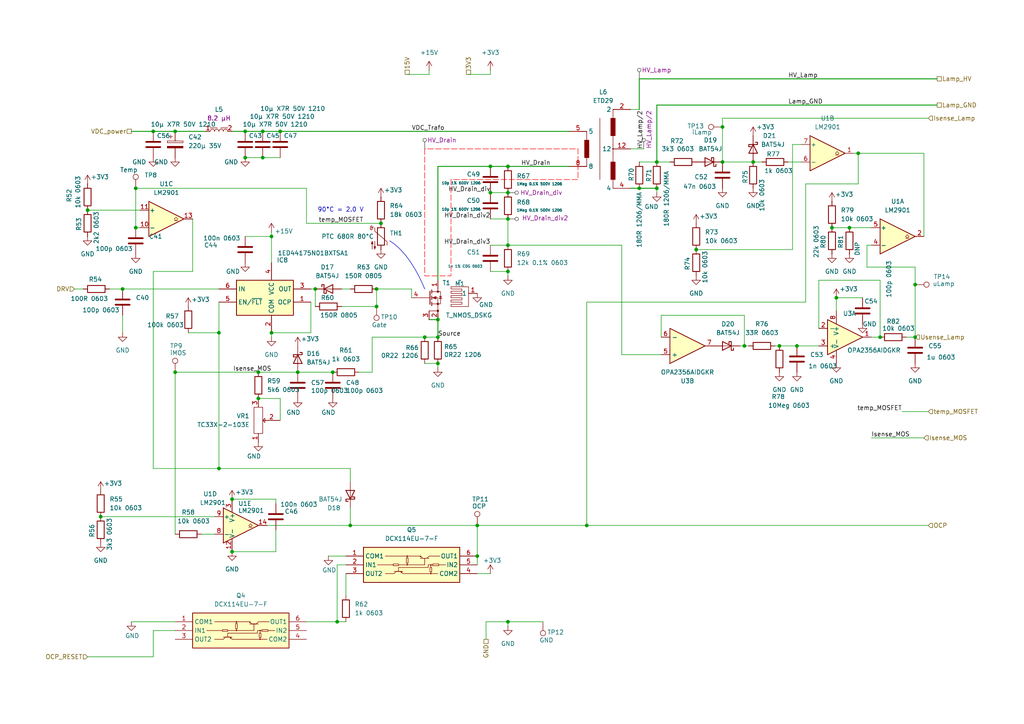
<source format=kicad_sch>
(kicad_sch (version 20250114) (generator "eeschema") (generator_version "9.0")
  (paper "A4")
  (bezier (pts (xy 113.03 69.85) (xy 119.38 73.66) (xy 123.19 83.82) (xy 123.19 83.82)))
  (text "90°C = 2.0 V" (at 98.806 60.96 0) (effects (font (size 1.27 1.27))))
  (junction (at 74.93 115.57))
  (junction (at 265.43 82.55))
  (junction (at 147.32 78.74))
  (junction (at 241.3 66.04))
  (junction (at 29.21 149.86))
  (junction (at 50.8 107.95))
  (junction (at 78.74 96.52))
  (junction (at 170.18 152.4))
  (junction (at 215.9 100.33))
  (junction (at 218.44 46.99))
  (junction (at 138.43 161.29))
  (junction (at 67.31 144.78))
  (junction (at 255.27 97.79))
  (junction (at 39.37 66.04))
  (junction (at 74.93 107.95))
  (junction (at 201.93 72.39))
  (junction (at 265.43 97.79))
  (junction (at 71.12 45.72))
  (junction (at 147.32 48.26))
  (junction (at 101.6 152.4))
  (junction (at 127 105.41))
  (junction (at 142.24 48.26))
  (junction (at 91.44 83.82))
  (junction (at 76.2 38.1))
  (junction (at 109.22 88.9))
  (junction (at 76.2 45.72))
  (junction (at 67.31 160.02))
  (junction (at 25.4 60.96))
  (junction (at 127 97.79))
  (junction (at 71.12 38.1))
  (junction (at 209.55 36.83))
  (junction (at 86.36 107.95))
  (junction (at 209.55 46.99))
  (junction (at 138.43 152.4))
  (junction (at 147.32 55.88))
  (junction (at 109.22 83.82))
  (junction (at 190.5 46.99))
  (junction (at 97.79 180.34))
  (junction (at 96.52 107.95))
  (junction (at 63.5 135.89))
  (junction (at 39.37 54.61))
  (junction (at 147.32 63.5))
  (junction (at 147.32 180.34))
  (junction (at 127 92.71))
  (junction (at 242.57 86.36))
  (junction (at 81.28 38.1))
  (junction (at 231.14 100.33))
  (junction (at 50.8 38.1))
  (junction (at 63.5 96.52))
  (junction (at 248.92 44.45))
  (junction (at 142.24 55.88))
  (junction (at 185.42 54.61))
  (junction (at 123.19 97.79))
  (junction (at 110.49 64.77))
  (junction (at 246.38 66.04))
  (junction (at 35.56 83.82))
  (junction (at 78.74 68.58))
  (junction (at 190.5 54.61))
  (junction (at 226.06 100.33))
  (junction (at 147.32 71.12))
  (junction (at 44.45 38.1))
  (wire (pts (xy 74.93 107.95) (xy 86.36 107.95)))
  (wire (pts (xy 215.9 100.33) (xy 217.17 100.33)))
  (wire (pts (xy 182.88 31.75) (xy 185.42 31.75)))
  (wire (pts (xy 81.28 115.57) (xy 81.28 121.92)))
  (wire (pts (xy 88.9 54.61) (xy 39.37 54.61)))
  (wire (pts (xy 142.24 48.26) (xy 147.32 48.26)) (stroke (width 0.254)))
  (wire (pts (xy 209.55 46.99) (xy 218.44 46.99)))
  (wire (pts (xy 97.79 163.83) (xy 97.79 180.34)))
  (wire (pts (xy 142.24 20.32) (xy 142.24 21.59)))
  (wire (pts (xy 140.97 180.34) (xy 147.32 180.34)))
  (wire (pts (xy 58.42 154.94) (xy 62.23 154.94)))
  (wire (pts (xy 44.45 135.89) (xy 63.5 135.89)))
  (wire (pts (xy 127 48.26) (xy 142.24 48.26)) (stroke (width 0.254)))
  (wire (pts (xy 50.8 107.95) (xy 50.8 154.94)))
  (wire (pts (xy 267.97 44.45) (xy 267.97 68.58)))
  (wire (pts (xy 123.19 97.79) (xy 127 97.79)))
  (wire (pts (xy 44.45 135.89) (xy 44.45 78.74)))
  (wire (pts (xy 50.8 182.88) (xy 44.45 182.88)))
  (wire (pts (xy 237.49 95.25) (xy 237.49 81.28)))
  (wire (pts (xy 252.73 127) (xy 267.97 127)))
  (wire (pts (xy 99.06 88.9) (xy 109.22 88.9)))
  (wire (pts (xy 229.87 41.91) (xy 232.41 41.91)))
  (wire (pts (xy 265.43 97.79) (xy 262.89 97.79)))
  (wire (pts (xy 229.87 72.39) (xy 229.87 41.91)))
  (wire (pts (xy 100.33 163.83) (xy 97.79 163.83)))
  (wire (pts (xy 190.5 30.48) (xy 271.78 30.48)) (stroke (width 0.254)))
  (wire (pts (xy 147.32 78.74) (xy 147.32 80.01)))
  (wire (pts (xy 50.8 38.1) (xy 59.69 38.1)) (stroke (width 0.254)))
  (wire (pts (xy 107.95 97.79) (xy 123.19 97.79)))
  (wire (pts (xy 44.45 78.74) (xy 55.88 78.74)))
  (wire (pts (xy 88.9 180.34) (xy 97.79 180.34)))
  (wire (pts (xy 118.11 21.59) (xy 124.46 21.59)))
  (wire (pts (xy 35.56 83.82) (xy 63.5 83.82)))
  (wire (pts (xy 233.68 87.63) (xy 233.68 53.34)))
  (wire (pts (xy 44.45 38.1) (xy 50.8 38.1)) (stroke (width 0.254)))
  (wire (pts (xy 101.6 139.7) (xy 101.6 135.89)))
  (wire (pts (xy 21.59 83.82) (xy 24.13 83.82)))
  (wire (pts (xy 138.43 166.37) (xy 142.24 166.37)))
  (wire (pts (xy 127 48.26) (xy 127 81.28)) (stroke (width 0.254)))
  (wire (pts (xy 140.97 185.42) (xy 140.97 180.34)))
  (wire (pts (xy 109.22 83.82) (xy 109.22 88.9)))
  (wire (pts (xy 147.32 63.5) (xy 147.32 71.12)))
  (wire (pts (xy 269.24 34.29) (xy 209.55 34.29)))
  (wire (pts (xy 194.31 46.99) (xy 190.5 46.99)))
  (wire (pts (xy 170.18 87.63) (xy 170.18 152.4)))
  (wire (pts (xy 39.37 54.61) (xy 39.37 66.04)))
  (wire (pts (xy 138.43 161.29) (xy 138.43 163.83)))
  (wire (pts (xy 201.93 72.39) (xy 229.87 72.39)))
  (wire (pts (xy 95.25 161.29) (xy 100.33 161.29)))
  (wire (pts (xy 86.36 107.95) (xy 96.52 107.95)))
  (wire (pts (xy 138.43 152.4) (xy 170.18 152.4)))
  (wire (pts (xy 124.46 20.32) (xy 124.46 21.59)))
  (wire (pts (xy 209.55 36.83) (xy 209.55 46.99)))
  (wire (pts (xy 39.37 66.04) (xy 40.64 66.04)))
  (wire (pts (xy 228.6 46.99) (xy 232.41 46.99)))
  (wire (pts (xy 251.46 77.47) (xy 265.43 77.47)))
  (wire (pts (xy 74.93 115.57) (xy 81.28 115.57)))
  (wire (pts (xy 100.33 166.37) (xy 100.33 172.72)))
  (wire (pts (xy 25.4 60.96) (xy 40.64 60.96)))
  (wire (pts (xy 97.79 180.34) (xy 100.33 180.34)))
  (wire (pts (xy 71.12 68.58) (xy 78.74 68.58)))
  (wire (pts (xy 63.5 87.63) (xy 63.5 96.52)))
  (wire (pts (xy 71.12 45.72) (xy 76.2 45.72)))
  (wire (pts (xy 90.17 83.82) (xy 91.44 83.82)))
  (wire (pts (xy 255.27 81.28) (xy 237.49 81.28)))
  (wire (pts (xy 77.47 152.4) (xy 101.6 152.4)))
  (wire (pts (xy 38.1 180.34) (xy 50.8 180.34)))
  (wire (pts (xy 142.24 71.12) (xy 147.32 71.12)))
  (wire (pts (xy 182.88 54.61) (xy 185.42 54.61)) (stroke (width 0.254)))
  (wire (pts (xy 63.5 96.52) (xy 63.5 135.89)))
  (wire (pts (xy 71.12 38.1) (xy 76.2 38.1)) (stroke (width 0.254)))
  (wire (pts (xy 127 91.44) (xy 127 92.71)) (stroke (width 0.254)))
  (wire (pts (xy 215.9 100.33) (xy 215.9 91.44)))
  (wire (pts (xy 29.21 149.86) (xy 62.23 149.86)))
  (wire (pts (xy 218.44 46.99) (xy 220.98 46.99)))
  (wire (pts (xy 81.28 38.1) (xy 82.55 38.1)))
  (wire (pts (xy 78.74 96.52) (xy 78.74 97.79)))
  (wire (pts (xy 127 105.41) (xy 127 106.68)))
  (wire (pts (xy 226.06 100.33) (xy 224.79 100.33)))
  (wire (pts (xy 107.95 97.79) (xy 107.95 107.95)))
  (wire (pts (xy 190.5 46.99) (xy 190.5 30.48)) (stroke (width 0.254)))
  (wire (pts (xy 76.2 45.72) (xy 81.28 45.72)))
  (wire (pts (xy 67.31 144.78) (xy 80.01 144.78)))
  (wire (pts (xy 248.92 44.45) (xy 247.65 44.45)))
  (wire (pts (xy 147.32 180.34) (xy 157.48 180.34)))
  (wire (pts (xy 119.38 83.82) (xy 119.38 86.36)))
  (wire (pts (xy 55.88 78.74) (xy 55.88 63.5)))
  (wire (pts (xy 90.17 87.63) (xy 90.17 96.52)))
  (wire (pts (xy 147.32 48.26) (xy 165.1 48.26)) (stroke (width 0.254)))
  (wire (pts (xy 135.89 21.59) (xy 142.24 21.59)))
  (wire (pts (xy 54.61 96.52) (xy 63.5 96.52)))
  (wire (pts (xy 255.27 97.79) (xy 252.73 97.79)))
  (wire (pts (xy 67.31 160.02) (xy 80.01 160.02)))
  (wire (pts (xy 25.4 190.5) (xy 44.45 190.5)))
  (wire (pts (xy 78.74 68.58) (xy 78.74 76.2)))
  (wire (pts (xy 142.24 63.5) (xy 147.32 63.5)))
  (wire (pts (xy 255.27 97.79) (xy 255.27 81.28)))
  (wire (pts (xy 215.9 91.44) (xy 191.77 91.44)))
  (wire (pts (xy 180.34 71.12) (xy 180.34 102.87)))
  (wire (pts (xy 63.5 135.89) (xy 101.6 135.89)))
  (wire (pts (xy 138.43 152.4) (xy 138.43 161.29)))
  (wire (pts (xy 191.77 91.44) (xy 191.77 97.79)))
  (wire (pts (xy 233.68 53.34) (xy 248.92 53.34)))
  (wire (pts (xy 185.42 46.99) (xy 190.5 46.99)))
  (wire (pts (xy 99.06 83.82) (xy 101.6 83.82)))
  (wire (pts (xy 242.57 86.36) (xy 250.19 86.36)))
  (wire (pts (xy 80.01 160.02) (xy 80.01 153.67)))
  (wire (pts (xy 209.55 34.29) (xy 209.55 36.83)))
  (wire (pts (xy 127 92.71) (xy 127 97.79)) (stroke (width 0.254)))
  (wire (pts (xy 246.38 66.04) (xy 252.73 66.04)))
  (wire (pts (xy 104.14 107.95) (xy 107.95 107.95)))
  (wire (pts (xy 231.14 100.33) (xy 237.49 100.33)))
  (wire (pts (xy 88.9 64.77) (xy 88.9 54.61)))
  (wire (pts (xy 241.3 66.04) (xy 246.38 66.04)))
  (wire (pts (xy 185.42 22.86) (xy 271.78 22.86)) (stroke (width 0.254)))
  (wire (pts (xy 91.44 83.82) (xy 91.44 88.9)))
  (wire (pts (xy 50.8 107.95) (xy 74.93 107.95)))
  (wire (pts (xy 180.34 102.87) (xy 191.77 102.87)))
  (wire (pts (xy 78.74 67.31) (xy 78.74 68.58)))
  (wire (pts (xy 88.9 64.77) (xy 110.49 64.77)))
  (wire (pts (xy 81.28 38.1) (xy 165.1 38.1)) (stroke (width 0.254)))
  (wire (pts (xy 170.18 87.63) (xy 233.68 87.63)))
  (wire (pts (xy 142.24 78.74) (xy 147.32 78.74)))
  (wire (pts (xy 261.62 119.38) (xy 269.24 119.38)))
  (wire (pts (xy 182.88 43.18) (xy 186.69 43.18)))
  (wire (pts (xy 265.43 77.47) (xy 265.43 82.55)))
  (wire (pts (xy 251.46 71.12) (xy 251.46 77.47)))
  (wire (pts (xy 242.57 86.36) (xy 242.57 90.17)))
  (wire (pts (xy 31.75 83.82) (xy 35.56 83.82)))
  (wire (pts (xy 265.43 82.55) (xy 265.43 97.79)))
  (wire (pts (xy 226.06 100.33) (xy 231.14 100.33)))
  (wire (pts (xy 38.1 38.1) (xy 44.45 38.1)) (stroke (width 0.254)))
  (wire (pts (xy 185.42 54.61) (xy 190.5 54.61)) (stroke (width 0.254)))
  (wire (pts (xy 35.56 96.52) (xy 35.56 91.44)))
  (wire (pts (xy 248.92 53.34) (xy 248.92 44.45)))
  (wire (pts (xy 185.42 22.86) (xy 185.42 31.75)) (stroke (width 0.254)))
  (wire (pts (xy 190.5 54.61) (xy 190.5 55.88)))
  (wire (pts (xy 142.24 55.88) (xy 147.32 55.88)))
  (wire (pts (xy 147.32 71.12) (xy 180.34 71.12)))
  (wire (pts (xy 101.6 147.32) (xy 101.6 152.4)))
  (wire (pts (xy 109.22 83.82) (xy 119.38 83.82)))
  (wire (pts (xy 248.92 44.45) (xy 267.97 44.45)))
  (wire (pts (xy 44.45 182.88) (xy 44.45 190.5)))
  (wire (pts (xy 124.46 92.71) (xy 127 92.71)) (stroke (width 0.254)))
  (wire (pts (xy 147.32 180.34) (xy 147.32 181.61)))
  (wire (pts (xy 123.19 105.41) (xy 127 105.41)))
  (wire (pts (xy 80.01 144.78) (xy 80.01 146.05)))
  (wire (pts (xy 76.2 38.1) (xy 81.28 38.1)) (stroke (width 0.254)))
  (wire (pts (xy 78.74 96.52) (xy 90.17 96.52)))
  (wire (pts (xy 67.31 38.1) (xy 71.12 38.1)) (stroke (width 0.254)))
  (wire (pts (xy 101.6 152.4) (xy 138.43 152.4)))
  (wire (pts (xy 214.63 100.33) (xy 215.9 100.33)))
  (wire (pts (xy 170.18 152.4) (xy 269.24 152.4)))
  (wire (pts (xy 252.73 71.12) (xy 251.46 71.12)))
  (label "HV_Lamp{slash}2" (at 186.69 43.18 90))
  (label "HV_Drain_div3" (at 142.24 71.12 180))
  (label "HV_Drain_div" (at 142.24 55.88 180))
  (label "temp_MOSFET" (at 105.41 64.77 180))
  (label "Lamp_GND" (at 228.6 30.48 0))
  (label "HV_Drain_div2" (at 142.24 63.5 180))
  (label "temp_MOSFET" (at 261.62 119.38 180))
  (label "HV_Drain" (at 151.13 48.26 0))
  (label "Source" (at 127 97.79 0))
  (label "HV_Lamp" (at 228.6 22.86 0))
  (label "VDC_Trafo" (at 119.38 38.1 0))
  (label "Isense_MOS" (at 252.73 127 0))
  (label "Isense_MOS" (at 78.74 107.95 180))
  (hierarchical_label "temp_MOSFET" (shape input) (at 269.24 119.38 0))
  (hierarchical_label "Isense_Lamp" (shape input) (at 269.24 34.29 0))
  (hierarchical_label "DRV" (shape input) (at 21.59 83.82 180))
  (hierarchical_label "Isense_MOS" (shape input) (at 267.97 127 0))
  (hierarchical_label "VDC_power" (shape passive) (at 38.1 38.1 180))
  (hierarchical_label "OCP_RESET" (shape input) (at 25.4 190.5 180))
  (hierarchical_label "Lamp_GND" (shape passive) (at 271.78 30.48 0))
  (hierarchical_label "15V" (shape passive) (at 118.11 21.59 90))
  (hierarchical_label "OCP" (shape input) (at 269.24 152.4 0))
  (hierarchical_label "3V3" (shape passive) (at 135.89 21.59 90))
  (hierarchical_label "GND" (shape passive) (at 140.97 185.42 270))
  (hierarchical_label "Usense_Lamp" (shape input) (at 265.43 97.79 0))
  (hierarchical_label "Lamp_HV" (shape passive) (at 271.78 22.86 0))
  (rule_area (polyline (pts (xy 123.19 43.18) (xy 123.19 80.01) (xy 130.81 80.01) (xy 130.81 52.07) (xy 167.64 52.07) (xy 167.64 43.18)) (stroke (width 0) (type dash))))
  (netclass_flag "" (length 2.54) (shape round) (at 147.32 63.5 270) (property "Netclass" "HV_Drain_div2" (at 151.384 63.246 0) (effects (justify left))))
  (netclass_flag "" (length 2.54) (shape round) (at 147.32 55.88 270) (property "Netclass" "HV_Drain_div" (at 150.876 55.88 0) (effects (justify left))))
  (netclass_flag "" (length 2.54) (shape round) (at 186.69 43.18 0) (property "Netclass" "HV_Lamp/2" (at 188.214 32.004 90) (effects (justify right))))
  (netclass_flag "" (length 2.54) (shape round) (at 123.19 43.18 0) (property "Netclass" "HV_Drain" (at 123.8885 40.64 0) (effects (justify left))))
  (netclass_flag "" (length 2.54) (shape round) (at 185.42 22.86 0) (property "Netclass" "HV_Lamp" (at 186.1185 20.32 0) (effects (justify left))))
  (symbol (lib_id "Connector:TestPoint") (at 109.22 88.9 180) (unit 1)
    (property "Reference" "TP10" (at 115.316 91.948 0) (effects (justify left)))
    (property "Value" "Gate" (at 112.268 94.234 0) (effects (justify left)))
    (property "Footprint" "TestPoint:TestPoint_Pad_D1.0mm" (effects (hide yes)))
    (property "Description" "test point" (effects (hide yes)))
  )
  (symbol (lib_id "power:GND") (at 241.3 73.66 0) (unit 1)
    (property "Reference" "#PWR087" (effects (hide yes)))
    (property "Value" "GND" (at 241.3 78.74 0))
    (property "Description" "Power symbol creates a global label with name \"GND\" , ground" (effects (hide yes)))
  )
  (symbol (lib_id "Device:R") (at 123.19 101.6 180) (unit 1)
    (property "Reference" "R65" (at 128.778 100.584 0) (effects (justify right)))
    (property "Value" "0R22 1206" (at 110.49 103.124 0) (effects (justify right)))
    (property "Footprint" "Resistor_SMD:R_1206_3216Metric" (effects (hide yes)))
    (property "Description" "Resistor" (effects (hide yes)))
  )
  (symbol (lib_id "Device:C") (at 71.12 41.91 0) (unit 1)
    (property "Reference" "C43" (at 72.136 39.37 0) (effects (justify left)))
    (property "Value" "10µ X7R 50V 1210" (at 70.358 36.068 0) (effects (justify left)))
    (property "Footprint" "Capacitor_SMD:C_1210_3225Metric" (effects (hide yes)))
    (property "Description" "Unpolarized capacitor" (effects (hide yes)))
  )
  (symbol (lib_id "Device:C") (at 35.56 87.63 0) (unit 1)
    (property "Reference" "C40" (at 39.37 86.3599 0) (effects (justify left)))
    (property "Value" "100p 0603" (at 23.876 89.916 0) (effects (justify left)))
    (property "Footprint" "Capacitor_SMD:C_0603_1608Metric" (effects (hide yes)))
    (property "Description" "Unpolarized capacitor" (effects (hide yes)))
  )
  (symbol (lib_id "Device:Opamp_Dual") (at 245.11 97.79 0) (mirror x) (unit 1)
    (property "Reference" "U3" (at 246.38 90.932 0))
    (property "Value" "OPA2356AIDGKR" (at 253.492 101.6 0))
    (property "Footprint" "Package_SO:VSSOP-8_3.0x3.0mm_P0.65mm" (effects (hide yes)))
    (property "Description" "Dual operational amplifier" (effects (hide yes)))
    (property "Sim.Library" "${KICAD9_SYMBOL_DIR}/Simulation_SPICE.sp" (effects (hide yes)))
    (property "Sim.Name" "kicad_builtin_opamp_dual" (effects (hide yes)))
    (property "Sim.Device" "SUBCKT" (effects (hide yes)))
    (property "Sim.Pins" "1=out1 2=in1- 3=in1+ 4=vee 5=in2+ 6=in2- 7=out2 8=vcc" (effects (hide yes)))
  )
  (symbol (lib_id "power:+3V3") (at 201.93 64.77 0) (unit 1)
    (property "Reference" "#PWR092" (effects (hide yes)))
    (property "Value" "+3V3" (at 205.486 62.738 0))
    (property "Description" "Power symbol creates a global label with name \"+3V3\"" (effects (hide yes)))
  )
  (symbol (lib_id "power:GND") (at 38.1 180.34 0) (unit 1)
    (property "Reference" "#PWR088" (effects (hide yes)))
    (property "Value" "GND" (at 38.354 184.404 0))
    (property "Description" "Power symbol creates a global label with name \"GND\" , ground" (effects (hide yes)))
  )
  (symbol (lib_id "Device:R") (at 147.32 74.93 0) (unit 1)
    (property "Reference" "R69" (at 149.86 73.6599 0) (effects (justify left)))
    (property "Value" "12k 0.1% 0603" (at 149.86 76.1999 0) (effects (justify left)))
    (property "Footprint" "Resistor_SMD:R_0603_1608Metric" (effects (hide yes)))
    (property "Description" "Resistor" (effects (hide yes)))
  )
  (symbol (lib_id "Device:C") (at 142.24 52.07 0) (unit 1)
    (property "Reference" "C49" (at 135.382 50.546 0) (effects (justify left)))
    (property "Value" "10p 1% 600V 1206" (at 139.446 53.086 0) (effects (font (size 0.762 0.762)) (justify right)))
    (property "Footprint" "Capacitor_SMD:C_1206_3216Metric" (effects (hide yes)))
    (property "Description" "Unpolarized capacitor" (effects (hide yes)))
  )
  (symbol (lib_id "Device:R") (at 185.42 50.8 180) (unit 1)
    (property "Reference" "R70" (at 183.134 52.578 90) (effects (justify right)))
    (property "Value" "180R 1206/MMA" (at 185.42 71.882 90) (effects (justify right)))
    (property "Footprint" "Resistor_SMD:R_1206_3216Metric" (effects (hide yes)))
    (property "Description" "Resistor" (effects (hide yes)))
  )
  (symbol (lib_id "Device:C") (at 209.55 50.8 0) (unit 1)
    (property "Reference" "C52" (at 201.422 51.308 0) (effects (justify left)))
    (property "Value" "47n 0603" (at 198.12 54.102 0) (effects (justify left)))
    (property "Footprint" "Capacitor_SMD:C_0603_1608Metric" (effects (hide yes)))
    (property "Description" "Unpolarized capacitor" (effects (hide yes)))
  )
  (symbol (lib_id "Connector:TestPoint") (at 138.43 152.4 0) (unit 1)
    (property "Reference" "TP11" (at 136.906 144.78 0) (effects (justify left)))
    (property "Value" "OCP" (at 136.906 146.812 0) (effects (justify left)))
    (property "Footprint" "TestPoint:TestPoint_Pad_D1.0mm" (effects (hide yes)))
    (property "Description" "test point" (effects (hide yes)))
  )
  (symbol (lib_id "power:GND") (at 25.4 68.58 0) (unit 1)
    (property "Reference" "#PWR098" (effects (hide yes)))
    (property "Value" "GND" (at 25.4 73.66 0))
    (property "Description" "Power symbol creates a global label with name \"GND\" , ground" (effects (hide yes)))
  )
  (symbol (lib_id "Device:R") (at 259.08 97.79 270) (unit 1)
    (property "Reference" "R82" (at 259.08 93.218 90))
    (property "Value" "10k 0603" (at 260.604 95.25 90))
    (property "Footprint" "Resistor_SMD:R_0603_1608Metric" (effects (hide yes)))
    (property "Description" "Resistor" (effects (hide yes)))
  )
  (symbol (lib_id "Hansmann_Transistoren:DCX114EU-7-F") (at 50.8 180.34 0) (unit 1)
    (property "Reference" "Q4" (at 69.85 172.72 0))
    (property "Value" "DCX114EU-7-F" (at 69.85 175.26 0))
    (property "Footprint" "SOT65P210X110-6N" (effects (hide yes)))
    (property "Datasheet" "https://www.diodes.com//assets/Datasheets/DCX_XXXX_U.pdf" (effects (hide yes)))
    (property "Description" "Diodes Inc, DCX114EU-7-F, Dual NPN+PNP Digital Transistor, 100mA 50V Ratio Of 10 k, 6-Pin SOT-363" (effects (hide yes)))
    (property "Height" "1.1" (effects (hide yes)))
    (property "Mouser Part Number" "621-DCX114EU-F" (effects (hide yes)))
    (property "Mouser Price/Stock" "https://www.mouser.co.uk/ProductDetail/Diodes-Incorporated/DCX114EU-7-F?qs=FWY5TENB76K1Fe%2F9QqOVGw%3D%3D" (effects (hide yes)))
    (property "Manufacturer_Name" "Diodes Incorporated" (effects (hide yes)))
    (property "Manufacturer_Part_Number" "DCX114EU-7-F" (effects (hide yes)))
  )
  (symbol (lib_id "Diode:BAT54J") (at 86.36 104.14 270) (unit 1)
    (property "Reference" "D16" (at 88.9 102.5524 90) (effects (justify left)))
    (property "Value" "BAT54J" (at 88.9 105.0924 90) (effects (justify left)))
    (property "Footprint" "Diode_SMD:D_SOD-323F" (effects (hide yes)))
    (property "Datasheet" "https://assets.nexperia.com/documents/data-sheet/BAT54J.pdf" (effects (hide yes)))
    (property "Description" "30V 200mA Schottky diode, SOD-323F" (effects (hide yes)))
  )
  (symbol (lib_id "Device:R") (at 220.98 100.33 90) (unit 1)
    (property "Reference" "R76" (at 220.98 93.98 90))
    (property "Value" "33R 0603" (at 220.98 96.52 90))
    (property "Footprint" "Resistor_SMD:R_0603_1608Metric" (effects (hide yes)))
    (property "Description" "Resistor" (effects (hide yes)))
  )
  (symbol (lib_id "power:+3V3") (at 67.31 144.78 0) (unit 1)
    (property "Reference" "#PWR085" (effects (hide yes)))
    (property "Value" "+3V3" (at 70.866 142.748 0))
    (property "Description" "Power symbol creates a global label with name \"+3V3\"" (effects (hide yes)))
  )
  (symbol (lib_id "Comparator:LM2901") (at 69.85 152.4 0) (unit 5)
    (property "Reference" "U1" (at 69.088 146.05 0) (effects (justify left)))
    (property "Value" "LM2901" (at 69.088 148.082 0) (effects (justify left)))
    (property "Footprint" "Package_SO:TSSOP-14_4.4x5mm_P0.65mm" (effects (hide yes)))
    (property "Datasheet" "https://www.st.com/resource/en/datasheet/lm2901.pdf" (effects (hide yes)))
    (property "Description" "Quad Differential Comparators, DIP-14/SOIC-14/TSSOP-14" (effects (hide yes)))
  )
  (symbol (lib_id "power:GND") (at 231.14 107.95 0) (unit 1)
    (property "Reference" "#PWR081" (effects (hide yes)))
    (property "Value" "GND" (at 231.14 113.03 0))
    (property "Description" "Power symbol creates a global label with name \"GND\" , ground" (effects (hide yes)))
  )
  (symbol (lib_id "power:GND") (at 147.32 181.61 0) (unit 1)
    (property "Reference" "#PWR056" (effects (hide yes)))
    (property "Value" "GND" (at 147.32 186.69 0))
    (property "Description" "Power symbol creates a global label with name \"GND\" , ground" (effects (hide yes)))
  )
  (symbol (lib_id "Device:Opamp_Dual") (at 245.11 97.79 0) (unit 3)
    (property "Reference" "U3" (effects (hide yes)))
    (property "Value" "OPA2356AIDGKR" (effects (hide yes)))
    (property "Footprint" "Package_SO:VSSOP-8_3.0x3.0mm_P0.65mm" (effects (hide yes)))
    (property "Description" "Dual operational amplifier" (effects (hide yes)))
    (property "Sim.Library" "${KICAD9_SYMBOL_DIR}/Simulation_SPICE.sp" (effects (hide yes)))
    (property "Sim.Name" "kicad_builtin_opamp_dual" (effects (hide yes)))
    (property "Sim.Device" "SUBCKT" (effects (hide yes)))
    (property "Sim.Pins" "1=out1 2=in1- 3=in1+ 4=vee 5=in2+ 6=in2- 7=out2 8=vcc" (effects (hide yes)))
  )
  (symbol (lib_id "Hansmann_Transistoren:DCX114EU-7-F") (at 100.33 161.29 0) (unit 1)
    (property "Reference" "Q5" (at 119.38 153.67 0))
    (property "Value" "DCX114EU-7-F" (at 119.38 156.21 0))
    (property "Footprint" "SOT65P210X110-6N" (effects (hide yes)))
    (property "Datasheet" "https://www.diodes.com//assets/Datasheets/DCX_XXXX_U.pdf" (effects (hide yes)))
    (property "Description" "Diodes Inc, DCX114EU-7-F, Dual NPN+PNP Digital Transistor, 100mA 50V Ratio Of 10 k, 6-Pin SOT-363" (effects (hide yes)))
    (property "Height" "1.1" (effects (hide yes)))
    (property "Mouser Part Number" "621-DCX114EU-F" (effects (hide yes)))
    (property "Mouser Price/Stock" "https://www.mouser.co.uk/ProductDetail/Diodes-Incorporated/DCX114EU-7-F?qs=FWY5TENB76K1Fe%2F9QqOVGw%3D%3D" (effects (hide yes)))
    (property "Manufacturer_Name" "Diodes Incorporated" (effects (hide yes)))
    (property "Manufacturer_Part_Number" "DCX114EU-7-F" (effects (hide yes)))
  )
  (symbol (lib_id "Device:C") (at 44.45 41.91 0) (unit 1)
    (property "Reference" "C56" (at 45.466 39.37 0) (effects (justify left)))
    (property "Value" "10µ X7R 50V 1210" (at 43.688 36.068 0) (effects (justify left)))
    (property "Footprint" "Capacitor_SMD:C_1210_3225Metric" (effects (hide yes)))
    (property "Description" "Unpolarized capacitor" (effects (hide yes)))
  )
  (symbol (lib_id "power:+3V3") (at 242.57 86.36 0) (unit 1)
    (property "Reference" "#PWR076" (effects (hide yes)))
    (property "Value" "+3V3" (at 246.126 83.82 0))
    (property "Description" "Power symbol creates a global label with name \"+3V3\"" (effects (hide yes)))
  )
  (symbol (lib_id "Comparator:LM2901") (at 240.03 44.45 0) (unit 2)
    (property "Reference" "U1" (at 240.03 34.29 0))
    (property "Value" "LM2901" (at 240.03 36.83 0))
    (property "Footprint" "Package_SO:TSSOP-14_4.4x5mm_P0.65mm" (effects (hide yes)))
    (property "Datasheet" "https://www.st.com/resource/en/datasheet/lm2901.pdf" (effects (hide yes)))
    (property "Description" "Quad Differential Comparators, DIP-14/SOIC-14/TSSOP-14" (effects (hide yes)))
  )
  (symbol (lib_id "Device:R") (at 74.93 111.76 0) (unit 1)
    (property "Reference" "R59" (at 77.47 110.4899 0) (effects (justify left)))
    (property "Value" "5k6 0603" (at 77.47 113.0299 0) (effects (justify left)))
    (property "Footprint" "Resistor_SMD:R_0603_1608Metric" (effects (hide yes)))
    (property "Description" "Resistor" (effects (hide yes)))
  )
  (symbol (lib_id "Inductor_Wurth_WE-LQ:1812_744045008") (at 63.5 38.1 0) (unit 1)
    (property "Reference" "L5" (at 63.5 31.75 0))
    (property "Value" "1812_744045008" (effects (hide yes)))
    (property "Footprint" "Inductor_SMD_Wurth:L_Wurth_WE-LQ-1812" (effects (hide yes)))
    (property "Datasheet" "https://www.we-online.com/catalog/datasheet/744045008.pdf?ki" (effects (hide yes)))
    (property "Description" "Unshielded Power Inductor" (effects (hide yes)))
    (property "Manufacturer" "Wurth Elektronik" (effects (hide yes)))
    (property "Manufacturer URL" "https://www.we-online.com" (effects (hide yes)))
    (property "Published Date" "20250324" (effects (hide yes)))
    (property "Match Code" "WE-LQ" (effects (hide yes)))
    (property "Part Number" "744045008" (effects (hide yes)))
    (property "Size" "1812" (effects (hide yes)))
    (property "Mounting Technology" "SMT" (effects (hide yes)))
    (property "L (µH)" "8.2" (effects (hide yes)))
    (property "IR (A)" "1.0" (effects (hide yes)))
    (property "ISAT (A)" "1.6" (effects (hide yes)))
    (property "RDC max. (Ω)" "0.25" (effects (hide yes)))
    (property "fres (MHz)" "34" (effects (hide yes)))
    (property "Q (%)" "36" (effects (hide yes)))
    (property "Critical Parameter" "8.2 µH" (at 63.5 34.29 0))
  )
  (symbol (lib_id "Device:R") (at 241.3 69.85 180) (unit 1)
    (property "Reference" "R80" (at 238.76 70.104 90))
    (property "Value" "22k 0603" (at 236.728 70.104 90))
    (property "Footprint" "Resistor_SMD:R_0603_1608Metric" (effects (hide yes)))
    (property "Description" "Resistor" (effects (hide yes)))
  )
  (symbol (lib_id "Device:R") (at 224.79 46.99 270) (unit 1)
    (property "Reference" "R77" (at 224.282 44.704 90))
    (property "Value" "1k 0603" (at 225.806 49.53 90))
    (property "Footprint" "Resistor_SMD:R_0603_1608Metric" (effects (hide yes)))
    (property "Description" "Resistor" (effects (hide yes)))
  )
  (symbol (lib_id "Hansmann:1ED44175N01BXTSA1") (at 68.58 81.28 0) (unit 1)
    (property "Reference" "IC8" (at 80.264 75.438 0) (effects (justify left)))
    (property "Value" "1ED44175N01BXTSA1" (at 80.518 73.406 0) (effects (justify left)))
    (property "Footprint" "Package_TO_SOT_SMD:SOT-23-6" (effects (hide yes)))
    (property "Datasheet" "https://www.infineon.com/cms/en/product/power/gate-driver-ics/?" (effects (hide yes)))
    (property "Description" "Gate Drivers LOW SIDE DRIVERS" (effects (hide yes)))
    (property "Height" "1.45" (effects (hide yes)))
    (property "Mouser Part Number" "726-1ED44175N01BXTSA" (effects (hide yes)))
    (property "Mouser Price/Stock" "https://www.mouser.co.uk/ProductDetail/Infineon-Technologies/1ED44175N01BXTSA1?qs=xZ%2FP%252Ba9zWqY991sK4YONgQ%3D%3D" (effects (hide yes)))
    (property "Manufacturer_Name" "Infineon" (effects (hide yes)))
    (property "Manufacturer_Part_Number" "1ED44175N01BXTSA1" (effects (hide yes)))
  )
  (symbol (lib_id "power:GND") (at 71.12 45.72 0) (unit 1)
    (property "Reference" "#PWR064" (effects (hide yes)))
    (property "Value" "GND" (at 67.056 46.99 0))
    (property "Description" "Power symbol creates a global label with name \"GND\" , ground" (effects (hide yes)))
  )
  (symbol (lib_id "power:GND") (at 190.5 55.88 0) (unit 1)
    (property "Reference" "#PWR072" (effects (hide yes)))
    (property "Value" "GND" (at 188.976 59.944 0))
    (property "Description" "Power symbol creates a global label with name \"GND\" , ground" (effects (hide yes)))
  )
  (symbol (lib_id "Device:R") (at 25.4 64.77 180) (unit 1)
    (property "Reference" "R53" (at 22.86 65.024 90))
    (property "Value" "2k2 0603" (at 27.94 66.04 90))
    (property "Footprint" "Resistor_SMD:R_0603_1608Metric" (effects (hide yes)))
    (property "Description" "Resistor" (effects (hide yes)))
  )
  (symbol (lib_id "Device:R") (at 110.49 60.96 0) (unit 1)
    (property "Reference" "R64" (at 113.03 59.6899 0) (effects (justify left)))
    (property "Value" "18k 0603" (at 113.03 62.2299 0) (effects (justify left)))
    (property "Footprint" "Resistor_SMD:R_0603_1608Metric" (effects (hide yes)))
    (property "Description" "Resistor" (effects (hide yes)))
  )
  (symbol (lib_id "Connector:TestPoint") (at 209.55 36.83 90) (unit 1)
    (property "Reference" "TP13" (at 204.216 36.576 90) (effects (justify left)))
    (property "Value" "iLamp" (at 206.502 38.354 90) (effects (justify left)))
    (property "Footprint" "TestPoint:TestPoint_Pad_D1.0mm" (effects (hide yes)))
    (property "Description" "test point" (effects (hide yes)))
  )
  (symbol (lib_id "power:GND") (at 127 106.68 0) (unit 1)
    (property "Reference" "#PWR066" (effects (hide yes)))
    (property "Value" "GND" (at 127 111.76 0))
    (property "Description" "Power symbol creates a global label with name \"GND\" , ground" (effects (hide yes)))
  )
  (symbol (lib_id "Connector:TestPoint") (at 50.8 107.95 0) (unit 1)
    (property "Reference" "TP9" (at 49.276 100.33 0) (effects (justify left)))
    (property "Value" "iMOS" (at 49.276 102.362 0) (effects (justify left)))
    (property "Footprint" "TestPoint:TestPoint_Pad_D1.0mm" (effects (hide yes)))
    (property "Description" "test point" (effects (hide yes)))
  )
  (symbol (lib_id "Device:C") (at 80.01 149.86 0) (unit 1)
    (property "Reference" "C46" (at 82.55 148.336 0) (effects (justify left)))
    (property "Value" "100n 0603" (at 81.28 146.304 0) (effects (justify left)))
    (property "Footprint" "Capacitor_SMD:C_0603_1608Metric" (effects (hide yes)))
    (property "Description" "Unpolarized capacitor" (effects (hide yes)))
  )
  (symbol (lib_id "power:GND") (at 218.44 54.61 0) (unit 1)
    (property "Reference" "#PWR095" (effects (hide yes)))
    (property "Value" "GND" (at 218.44 59.69 0))
    (property "Description" "Power symbol creates a global label with name \"GND\" , ground" (effects (hide yes)))
  )
  (symbol (lib_id "Device:R") (at 29.21 153.67 180) (unit 1)
    (property "Reference" "R56" (at 26.67 153.924 90))
    (property "Value" "3k3 0603" (at 31.75 154.94 90))
    (property "Footprint" "Resistor_SMD:R_0603_1608Metric" (effects (hide yes)))
    (property "Description" "Resistor" (effects (hide yes)))
  )
  (symbol (lib_id "Device:R") (at 25.4 57.15 0) (unit 1)
    (property "Reference" "R52" (at 20.066 58.674 90) (effects (justify left)))
    (property "Value" "10k 0603" (at 22.606 60.452 90) (effects (justify left)))
    (property "Footprint" "Resistor_SMD:R_0603_1608Metric" (effects (hide yes)))
    (property "Description" "Resistor" (effects (hide yes)))
  )
  (symbol (lib_id "power:+3V3") (at 142.24 166.37 0) (unit 1)
    (property "Reference" "#PWR0104" (effects (hide yes)))
    (property "Value" "+3V3" (at 142.748 162.56 0))
    (property "Description" "Power symbol creates a global label with name \"+3V3\"" (effects (hide yes)))
  )
  (symbol (lib_id "Device:R") (at 127 101.6 180) (unit 1)
    (property "Reference" "R66" (at 117.602 100.838 0) (effects (justify right)))
    (property "Value" "0R22 1206" (at 128.778 102.87 0) (effects (justify right)))
    (property "Footprint" "Resistor_SMD:R_1206_3216Metric" (effects (hide yes)))
    (property "Description" "Resistor" (effects (hide yes)))
  )
  (symbol (lib_id "Device:C") (at 142.24 74.93 0) (unit 1)
    (property "Reference" "C51" (at 135.382 73.152 0) (effects (justify left)))
    (property "Value" "1n 1% C0G 0603" (at 139.954 77.216 0) (effects (font (size 0.762 0.762)) (justify right)))
    (property "Footprint" "Capacitor_SMD:C_0603_1608Metric" (effects (hide yes)))
    (property "Description" "Unpolarized capacitor" (effects (hide yes)))
  )
  (symbol (lib_id "power:+3V3") (at 218.44 39.37 0) (unit 1)
    (property "Reference" "#PWR091" (effects (hide yes)))
    (property "Value" "+3V3" (at 221.996 36.83 0))
    (property "Description" "Power symbol creates a global label with name \"+3V3\"" (effects (hide yes)))
  )
  (symbol (lib_id "Device:R") (at 246.38 69.85 180) (unit 1)
    (property "Reference" "R81" (at 243.84 70.104 90))
    (property "Value" "DNP" (at 248.666 72.136 90))
    (property "Footprint" "Resistor_SMD:R_0603_1608Metric" (effects (hide yes)))
    (property "Description" "Resistor" (effects (hide yes)))
  )
  (symbol (lib_id "Device:R") (at 54.61 92.71 0) (unit 1)
    (property "Reference" "R57" (at 48.006 91.694 0) (effects (justify left)))
    (property "Value" "100k 0603" (at 42.672 94.234 0) (effects (justify left)))
    (property "Footprint" "Resistor_SMD:R_0603_1608Metric" (effects (hide yes)))
    (property "Description" "Resistor" (effects (hide yes)))
  )
  (symbol (lib_id "power:GND") (at 44.45 45.72 0) (unit 1)
    (property "Reference" "#PWR0106" (effects (hide yes)))
    (property "Value" "GND" (at 40.386 46.99 0))
    (property "Description" "Power symbol creates a global label with name \"GND\" , ground" (effects (hide yes)))
  )
  (symbol (lib_id "Device:R") (at 100.33 107.95 270) (unit 1)
    (property "Reference" "R61" (at 100.33 101.6 90))
    (property "Value" "1k 0603" (at 100.33 104.14 90))
    (property "Footprint" "Resistor_SMD:R_0603_1608Metric" (effects (hide yes)))
    (property "Description" "Resistor" (effects (hide yes)))
  )
  (symbol (lib_id "power:+15V") (at 78.74 67.31 0) (unit 1)
    (property "Reference" "#PWR060" (effects (hide yes)))
    (property "Value" "+15V" (at 82.296 67.056 0))
    (property "Description" "Power symbol creates a global label with name \"+15V\"" (effects (hide yes)))
  )
  (symbol (lib_id "Device:Opamp_Dual") (at 199.39 100.33 0) (mirror x) (unit 2)
    (property "Reference" "U3" (at 199.39 110.49 0))
    (property "Value" "OPA2356AIDGKR" (at 199.39 107.95 0))
    (property "Footprint" "Package_SO:VSSOP-8_3.0x3.0mm_P0.65mm" (effects (hide yes)))
    (property "Description" "Dual operational amplifier" (effects (hide yes)))
    (property "Sim.Library" "${KICAD9_SYMBOL_DIR}/Simulation_SPICE.sp" (effects (hide yes)))
    (property "Sim.Name" "kicad_builtin_opamp_dual" (effects (hide yes)))
    (property "Sim.Device" "SUBCKT" (effects (hide yes)))
    (property "Sim.Pins" "1=out1 2=in1- 3=in1+ 4=vee 5=in2+ 6=in2- 7=out2 8=vcc" (effects (hide yes)))
  )
  (symbol (lib_id "Device:C") (at 76.2 41.91 0) (unit 1)
    (property "Reference" "C45" (at 77.216 39.37 0) (effects (justify left)))
    (property "Value" "10µ X7R 50V 1210" (at 72.39 33.782 0) (effects (justify left)))
    (property "Footprint" "Capacitor_SMD:C_1210_3225Metric" (effects (hide yes)))
    (property "Description" "Unpolarized capacitor" (effects (hide yes)))
  )
  (symbol (lib_id "Device:C") (at 250.19 90.17 0) (unit 1)
    (property "Reference" "C54" (at 250.698 87.376 0) (effects (justify left)))
    (property "Value" "100p 0603" (at 257.81 86.36 90) (effects (justify left)))
    (property "Footprint" "Capacitor_SMD:C_0603_1608Metric" (effects (hide yes)))
    (property "Description" "Unpolarized capacitor" (effects (hide yes)))
  )
  (symbol (lib_id "power:GND") (at 74.93 128.27 0) (unit 1)
    (property "Reference" "#PWR0101" (effects (hide yes)))
    (property "Value" "GND" (at 73.66 132.334 0))
    (property "Description" "Power symbol creates a global label with name \"GND\" , ground" (effects (hide yes)))
  )
  (symbol (lib_id "power:GND") (at 95.25 161.29 0) (unit 1)
    (property "Reference" "#PWR0100" (effects (hide yes)))
    (property "Value" "GND" (at 95.504 165.354 0))
    (property "Description" "Power symbol creates a global label with name \"GND\" , ground" (effects (hide yes)))
  )
  (symbol (lib_id "power:GND") (at 250.19 93.98 0) (unit 1)
    (property "Reference" "#PWR077" (effects (hide yes)))
    (property "Value" "GND" (at 252.222 93.98 0))
    (property "Description" "Power symbol creates a global label with name \"GND\" , ground" (effects (hide yes)))
  )
  (symbol (lib_id "Diode:BAT54J") (at 101.6 143.51 90) (unit 1)
    (property "Reference" "D18" (at 98.806 147.32 90) (effects (justify left)))
    (property "Value" "BAT54J" (at 99.314 144.78 90) (effects (justify left)))
    (property "Footprint" "Diode_SMD:D_SOD-323F" (effects (hide yes)))
    (property "Datasheet" "https://assets.nexperia.com/documents/data-sheet/BAT54J.pdf" (effects (hide yes)))
    (property "Description" "30V 200mA Schottky diode, SOD-323F" (effects (hide yes)))
  )
  (symbol (lib_id "power:+3V3") (at 241.3 58.42 0) (unit 1)
    (property "Reference" "#PWR045" (effects (hide yes)))
    (property "Value" "+3V3" (at 244.856 56.388 0))
    (property "Description" "Power symbol creates a global label with name \"+3V3\"" (effects (hide yes)))
  )
  (symbol (lib_id "Hansmann_Kühlkörper:Kühlkörper_mit_Pins") (at 134.62 85.09 180) (unit 1)
    (property "Reference" "M1" (at 133.35 82.296 0))
    (property "Value" "~" (at 133.35 81.28 0))
    (property "Footprint" "Hansmann_Kühlkörper:FK 274 MI 247 V" (effects (hide yes)))
  )
  (symbol (lib_id "Device:R") (at 201.93 76.2 180) (unit 1)
    (property "Reference" "R74" (at 199.39 76.454 90))
    (property "Value" "10k 0603" (at 204.47 77.47 90))
    (property "Footprint" "Resistor_SMD:R_0603_1608Metric" (effects (hide yes)))
    (property "Description" "Resistor" (effects (hide yes)))
  )
  (symbol (lib_id "Device:Thermistor_NTC") (at 110.49 68.58 0) (unit 1)
    (property "Reference" "TH1" (at 113.03 67.6274 0) (effects (justify left)))
    (property "Value" "PTC 680R 80°C" (at 93.218 68.58 0) (effects (justify left)))
    (property "Footprint" "Resistor_SMD:R_0805_2012Metric" (effects (hide yes)))
    (property "Description" "Temperature dependent resistor, negative temperature coefficient" (effects (hide yes)))
  )
  (symbol (lib_id "Device:C_Polarized") (at 50.8 41.91 0) (unit 1)
    (property "Reference" "C42" (at 54.61 39.7509 0) (effects (justify left)))
    (property "Value" "220µ 35V" (at 54.61 42.2909 0) (effects (justify left)))
    (property "Footprint" "Capacitor_THT:CP_Radial_D8.0mm_P3.50mm" (effects (hide yes)))
    (property "Description" "Polarized capacitor" (effects (hide yes)))
  )
  (symbol (lib_id "Device:C") (at 39.37 69.85 0) (unit 1)
    (property "Reference" "C41" (at 43.18 68.5799 0) (effects (justify left)))
    (property "Value" "100p 0603" (at 27.686 72.136 0) (effects (justify left)))
    (property "Footprint" "Capacitor_SMD:C_0603_1608Metric" (effects (hide yes)))
    (property "Description" "Unpolarized capacitor" (effects (hide yes)))
  )
  (symbol (lib_id "Hansmann_Transistoren:Q_NMOS_DSKG") (at 124.46 86.36 0) (unit 1)
    (property "Reference" "T1" (at 128.27 82.042 0) (effects (justify left)))
    (property "Value" "T_NMOS_DSKG" (at 129.286 91.44 0) (effects (justify left)))
    (property "Footprint" "Package_TO_SOT_THT:TO-247-4_Vertical" (effects (hide yes)))
    (property "Description" "N-MOSFET transistor, gate/drain/source" (effects (hide yes)))
  )
  (symbol (lib_id "Device:R") (at 241.3 62.23 0) (unit 1)
    (property "Reference" "R79" (at 243.84 60.9599 0) (effects (justify left)))
    (property "Value" "10k 0603" (at 243.84 63.4999 0) (effects (justify left)))
    (property "Footprint" "Resistor_SMD:R_0603_1608Metric" (effects (hide yes)))
    (property "Description" "Resistor" (effects (hide yes)))
  )
  (symbol (lib_id "power:GND") (at 138.43 85.09 0) (unit 1)
    (property "Reference" "#PWR079" (effects (hide yes)))
    (property "Value" "GND" (at 140.97 88.392 0))
    (property "Description" "Power symbol creates a global label with name \"GND\" , ground" (effects (hide yes)))
  )
  (symbol (lib_id "Device:C") (at 96.52 111.76 0) (unit 1)
    (property "Reference" "C48" (at 100.33 110.998 0) (effects (justify left)))
    (property "Value" "100p 0603" (at 100.33 113.284 0) (effects (justify left)))
    (property "Footprint" "Capacitor_SMD:C_0603_1608Metric" (effects (hide yes)))
    (property "Description" "Unpolarized capacitor" (effects (hide yes)))
  )
  (symbol (lib_id "Diode:BAT54J") (at 205.74 46.99 180) (unit 1)
    (property "Reference" "D19" (at 206.0575 40.64 0))
    (property "Value" "BAT54J" (at 206.0575 43.18 0))
    (property "Footprint" "Diode_SMD:D_SOD-323F" (effects (hide yes)))
    (property "Datasheet" "https://assets.nexperia.com/documents/data-sheet/BAT54J.pdf" (effects (hide yes)))
    (property "Description" "30V 200mA Schottky diode, SOD-323F" (effects (hide yes)))
  )
  (symbol (lib_id "power:GND") (at 50.8 45.72 0) (unit 1)
    (property "Reference" "#PWR055" (effects (hide yes)))
    (property "Value" "GND" (at 46.736 46.99 0))
    (property "Description" "Power symbol creates a global label with name \"GND\" , ground" (effects (hide yes)))
  )
  (symbol (lib_id "Device:R") (at 54.61 154.94 270) (unit 1)
    (property "Reference" "R58" (at 54.61 148.59 90))
    (property "Value" "10k 0603" (at 56.134 151.13 90))
    (property "Footprint" "Resistor_SMD:R_0603_1608Metric" (effects (hide yes)))
    (property "Description" "Resistor" (effects (hide yes)))
  )
  (symbol (lib_id "Connector:TestPoint") (at 39.37 54.61 0) (unit 1)
    (property "Reference" "TP8" (at 41.91 50.8 0) (effects (justify left)))
    (property "Value" "Temp" (at 34.798 49.276 0) (effects (justify left)))
    (property "Footprint" "TestPoint:TestPoint_Pad_D1.0mm" (effects (hide yes)))
    (property "Description" "test point" (effects (hide yes)))
  )
  (symbol (lib_id "power:GND") (at 96.52 115.57 0) (unit 1)
    (property "Reference" "#PWR067" (effects (hide yes)))
    (property "Value" "GND" (at 95.25 119.634 0))
    (property "Description" "Power symbol creates a global label with name \"GND\" , ground" (effects (hide yes)))
  )
  (symbol (lib_id "Hansmann_Potis:TC33X-2-103E") (at 74.93 121.92 0) (unit 1)
    (property "Reference" "VR1" (at 72.39 120.6499 0) (effects (justify right)))
    (property "Value" "TC33X-2-103E" (at 72.39 123.1899 0) (effects (justify right)))
    (property "Footprint" "TC33X2503E" (effects (hide yes)))
    (property "Datasheet" "https://www.bourns.com/pdfs/TC33.pdf" (effects (hide yes)))
    (property "Description" "Cermet 3mm SMT trimmer,0.1W 10k Bourns TC33 Series SMD Cermet Trimmer Resistor with Solder Pad Terminations, 10k?? ??25% 1/10W ??250ppm/??C Top Adjust" (effects (hide yes)))
    (property "Height" "1.2" (effects (hide yes)))
    (property "Mouser Part Number" "652-TC33X-2-103E" (effects (hide yes)))
    (property "Mouser Price/Stock" "https://www.mouser.co.uk/ProductDetail/Bourns/TC33X-2-103E?qs=fmZCN1JtwVHu68GrI%2FXOWQ%3D%3D" (effects (hide yes)))
    (property "Manufacturer_Name" "Bourns" (effects (hide yes)))
    (property "Manufacturer_Part_Number" "TC33X-2-103E" (effects (hide yes)))
  )
  (symbol (lib_id "power:GND") (at 209.55 54.61 0) (unit 1)
    (property "Reference" "#PWR073" (effects (hide yes)))
    (property "Value" "GND" (at 209.55 59.69 0))
    (property "Description" "Power symbol creates a global label with name \"GND\" , ground" (effects (hide yes)))
  )
  (symbol (lib_id "power:+3V3") (at 25.4 53.34 0) (unit 1)
    (property "Reference" "#PWR096" (effects (hide yes)))
    (property "Value" "+3V3" (at 28.956 51.308 0))
    (property "Description" "Power symbol creates a global label with name \"+3V3\"" (effects (hide yes)))
  )
  (symbol (lib_id "OSLUV:ETD29_V2") (at 162.56 35.56 0) (unit 1)
    (property "Reference" "L6" (at 174.9425 26.67 0))
    (property "Value" "ETD29" (at 174.9425 29.21 0))
    (property "Footprint" "B66359B1013T001" (effects (hide yes)))
    (property "Datasheet" "https://product.tdk.com/system/files/dam/doc/product/ferrite/ferrite/ferrite-acc/data_sheet/80/db/fer/etd_29_16_10.pdf" (effects (hide yes)))
    (property "Description" "Ferrite Accessories, E Cores Accessories(EFD/ER/ETD), Coil former (ETD 29/16/10)" (effects (hide yes)))
    (property "Height" "25" (effects (hide yes)))
    (property "Mouser Part Number" "871-B66359B1013T001" (effects (hide yes)))
    (property "Mouser Price/Stock" "https://www.mouser.co.uk/ProductDetail/EPCOS-TDK/B66359B1013T001?qs=w5o0Loj0u7PJX8yNctw%252B%252Bw%3D%3D" (effects (hide yes)))
    (property "Manufacturer_Name" "TDK" (effects (hide yes)))
    (property "Manufacturer_Part_Number" "B66359B1013T001" (effects (hide yes)))
  )
  (symbol (lib_id "power:GND") (at 226.06 107.95 0) (unit 1)
    (property "Reference" "#PWR080" (effects (hide yes)))
    (property "Value" "GND" (at 226.06 113.03 0))
    (property "Description" "Power symbol creates a global label with name \"GND\" , ground" (effects (hide yes)))
  )
  (symbol (lib_id "Device:C") (at 71.12 72.39 0) (unit 1)
    (property "Reference" "C44" (at 59.182 71.12 0) (effects (justify left)))
    (property "Value" "100n 0603" (at 58.928 69.088 0) (effects (justify left)))
    (property "Footprint" "Capacitor_SMD:C_0603_1608Metric" (effects (hide yes)))
    (property "Description" "Unpolarized capacitor" (effects (hide yes)))
  )
  (symbol (lib_id "power:GND") (at 67.31 160.02 0) (unit 1)
    (property "Reference" "#PWR083" (effects (hide yes)))
    (property "Value" "GND" (at 67.31 165.1 0))
    (property "Description" "Power symbol creates a global label with name \"GND\" , ground" (effects (hide yes)))
  )
  (symbol (lib_id "Connector:TestPoint") (at 157.48 180.34 180) (unit 1)
    (property "Reference" "TP12" (at 163.576 183.388 0) (effects (justify left)))
    (property "Value" "GND" (at 160.528 185.674 0) (effects (justify left)))
    (property "Footprint" "TestPoint:TestPoint_THTPad_2.0x2.0mm_Drill1.0mm" (effects (hide yes)))
    (property "Description" "test point" (effects (hide yes)))
  )
  (symbol (lib_id "Device:R") (at 105.41 83.82 90) (unit 1)
    (property "Reference" "R63" (at 105.41 77.47 90))
    (property "Value" "150R 0805" (at 105.41 80.01 90))
    (property "Footprint" "Resistor_SMD:R_0805_2012Metric" (effects (hide yes)))
    (property "Description" "Resistor" (effects (hide yes)))
  )
  (symbol (lib_id "Diode:BAT54J") (at 95.25 83.82 0) (unit 1)
    (property "Reference" "D17" (at 94.9325 77.47 0))
    (property "Value" "BAT54J" (at 94.9325 80.01 0))
    (property "Footprint" "Diode_SMD:D_SOD-323F" (effects (hide yes)))
    (property "Datasheet" "https://assets.nexperia.com/documents/data-sheet/BAT54J.pdf" (effects (hide yes)))
    (property "Description" "30V 200mA Schottky diode, SOD-323F" (effects (hide yes)))
  )
  (symbol (lib_id "power:GND") (at 86.36 115.57 0) (unit 1)
    (property "Reference" "#PWR0108" (effects (hide yes)))
    (property "Value" "GND" (at 85.09 119.634 0))
    (property "Description" "Power symbol creates a global label with name \"GND\" , ground" (effects (hide yes)))
  )
  (symbol (lib_id "Device:R") (at 198.12 46.99 270) (unit 1)
    (property "Reference" "R72" (at 196.342 40.894 90))
    (property "Value" "3k3 0603" (at 196.596 43.18 90))
    (property "Footprint" "Resistor_SMD:R_0603_1608Metric" (effects (hide yes)))
    (property "Description" "Resistor" (effects (hide yes)))
  )
  (symbol (lib_id "power:GND") (at 201.93 80.01 0) (unit 1)
    (property "Reference" "#PWR093" (effects (hide yes)))
    (property "Value" "GND" (at 201.93 85.09 0))
    (property "Description" "Power symbol creates a global label with name \"GND\" , ground" (effects (hide yes)))
  )
  (symbol (lib_id "Device:R") (at 100.33 176.53 0) (unit 1)
    (property "Reference" "R62" (at 102.87 175.2599 0) (effects (justify left)))
    (property "Value" "1k 0603" (at 102.87 177.7999 0) (effects (justify left)))
    (property "Footprint" "Resistor_SMD:R_0603_1608Metric" (effects (hide yes)))
    (property "Description" "Resistor" (effects (hide yes)))
  )
  (symbol (lib_id "Device:C") (at 86.36 111.76 0) (unit 1)
    (property "Reference" "C57" (at 90.17 110.998 0) (effects (justify left)))
    (property "Value" "100p 0603" (at 90.17 113.284 0) (effects (justify left)))
    (property "Footprint" "Capacitor_SMD:C_0603_1608Metric" (effects (hide yes)))
    (property "Description" "Unpolarized capacitor" (effects (hide yes)))
  )
  (symbol (lib_id "Device:R") (at 226.06 104.14 0) (unit 1)
    (property "Reference" "R78" (at 223.774 115.062 0) (effects (justify left)))
    (property "Value" "10Meg 0603" (at 222.758 117.602 0) (effects (justify left)))
    (property "Footprint" "Resistor_SMD:R_0603_1608Metric" (effects (hide yes)))
    (property "Description" "Resistor" (effects (hide yes)))
  )
  (symbol (lib_id "Comparator:LM2901") (at 69.85 152.4 0) (unit 4)
    (property "Reference" "U1" (at 60.96 143.256 0))
    (property "Value" "LM2901" (at 61.722 145.796 0))
    (property "Footprint" "Package_SO:TSSOP-14_4.4x5mm_P0.65mm" (effects (hide yes)))
    (property "Datasheet" "https://www.st.com/resource/en/datasheet/lm2901.pdf" (effects (hide yes)))
    (property "Description" "Quad Differential Comparators, DIP-14/SOIC-14/TSSOP-14" (effects (hide yes)))
  )
  (symbol (lib_id "Device:R") (at 147.32 59.69 180) (unit 1)
    (property "Reference" "R68" (at 149.86 58.674 0) (effects (justify right)))
    (property "Value" "1Meg 0.1% 500V 1206" (at 149.86 60.9599 0) (effects (font (size 0.762 0.762)) (justify right)))
    (property "Footprint" "Resistor_SMD:R_1206_3216Metric" (effects (hide yes)))
    (property "Description" "Resistor" (effects (hide yes)))
  )
  (symbol (lib_id "Diode:BAT54J") (at 218.44 43.18 270) (unit 1)
    (property "Reference" "D21" (at 221.234 39.37 90) (effects (justify left)))
    (property "Value" "BAT54J" (at 220.726 41.91 90) (effects (justify left)))
    (property "Footprint" "Diode_SMD:D_SOD-323F" (effects (hide yes)))
    (property "Datasheet" "https://assets.nexperia.com/documents/data-sheet/BAT54J.pdf" (effects (hide yes)))
    (property "Description" "30V 200mA Schottky diode, SOD-323F" (effects (hide yes)))
  )
  (symbol (lib_id "power:GND") (at 39.37 73.66 0) (unit 1)
    (property "Reference" "#PWR044" (effects (hide yes)))
    (property "Value" "GND" (at 39.37 78.74 0))
    (property "Description" "Power symbol creates a global label with name \"GND\" , ground" (effects (hide yes)))
  )
  (symbol (lib_id "Device:C") (at 265.43 101.6 0) (unit 1)
    (property "Reference" "C55" (at 269.24 100.3299 0) (effects (justify left)))
    (property "Value" "1u 0603" (at 268.732 103.632 0) (effects (justify left)))
    (property "Footprint" "Capacitor_SMD:C_0603_1608Metric" (effects (hide yes)))
    (property "Description" "Unpolarized capacitor" (effects (hide yes)))
  )
  (symbol (lib_id "power:+3V3") (at 29.21 142.24 0) (unit 1)
    (property "Reference" "#PWR086" (effects (hide yes)))
    (property "Value" "+3V3" (at 32.766 140.208 0))
    (property "Description" "Power symbol creates a global label with name \"+3V3\"" (effects (hide yes)))
  )
  (symbol (lib_id "Diode:BAT54J") (at 210.82 100.33 180) (unit 1)
    (property "Reference" "D20" (at 211.1375 93.98 0))
    (property "Value" "BAT54J" (at 211.1375 96.52 0))
    (property "Footprint" "Diode_SMD:D_SOD-323F" (effects (hide yes)))
    (property "Datasheet" "https://assets.nexperia.com/documents/data-sheet/BAT54J.pdf" (effects (hide yes)))
    (property "Description" "30V 200mA Schottky diode, SOD-323F" (effects (hide yes)))
  )
  (symbol (lib_id "power:GND") (at 78.74 97.79 0) (unit 1)
    (property "Reference" "#PWR059" (effects (hide yes)))
    (property "Value" "GND" (at 78.74 102.87 0))
    (property "Description" "Power symbol creates a global label with name \"GND\" , ground" (effects (hide yes)))
  )
  (symbol (lib_id "Device:R") (at 190.5 50.8 180) (unit 1)
    (property "Reference" "R71" (at 188.214 52.832 90) (effects (justify right)))
    (property "Value" "180R 1206/MMA" (at 193.294 65.786 90) (effects (justify right)))
    (property "Footprint" "Resistor_SMD:R_1206_3216Metric" (effects (hide yes)))
    (property "Description" "Resistor" (effects (hide yes)))
  )
  (symbol (lib_id "Device:R") (at 147.32 52.07 180) (unit 1)
    (property "Reference" "R67" (at 149.86 51.054 0) (effects (justify right)))
    (property "Value" "1Meg 0.1% 500V 1206" (at 149.86 53.3399 0) (effects (font (size 0.762 0.762)) (justify right)))
    (property "Footprint" "Resistor_SMD:R_1206_3216Metric" (effects (hide yes)))
    (property "Description" "Resistor" (effects (hide yes)))
  )
  (symbol (lib_id "power:GND") (at 246.38 73.66 0) (unit 1)
    (property "Reference" "#PWR099" (effects (hide yes)))
    (property "Value" "GND" (at 246.38 78.74 0))
    (property "Description" "Power symbol creates a global label with name \"GND\" , ground" (effects (hide yes)))
  )
  (symbol (lib_id "Comparator:LM2901") (at 260.35 68.58 0) (unit 1)
    (property "Reference" "U1" (at 260.35 58.42 0))
    (property "Value" "LM2901" (at 260.35 60.96 0))
    (property "Footprint" "Package_SO:TSSOP-14_4.4x5mm_P0.65mm" (effects (hide yes)))
    (property "Datasheet" "https://www.st.com/resource/en/datasheet/lm2901.pdf" (effects (hide yes)))
    (property "Description" "Quad Differential Comparators, DIP-14/SOIC-14/TSSOP-14" (effects (hide yes)))
  )
  (symbol (lib_id "power:+15V") (at 124.46 20.32 0) (unit 1)
    (property "Reference" "#PWR057" (effects (hide yes)))
    (property "Value" "+15V" (at 124.46 15.24 0))
    (property "Description" "Power symbol creates a global label with name \"+15V\"" (effects (hide yes)))
  )
  (symbol (lib_id "Device:R") (at 201.93 68.58 0) (unit 1)
    (property "Reference" "R73" (at 204.47 67.3099 0) (effects (justify left)))
    (property "Value" "10k 0603" (at 204.47 69.8499 0) (effects (justify left)))
    (property "Footprint" "Resistor_SMD:R_0603_1608Metric" (effects (hide yes)))
    (property "Description" "Resistor" (effects (hide yes)))
  )
  (symbol (lib_id "power:GND") (at 29.21 157.48 0) (unit 1)
    (property "Reference" "#PWR084" (effects (hide yes)))
    (property "Value" "GND" (at 29.21 162.56 0))
    (property "Description" "Power symbol creates a global label with name \"GND\" , ground" (effects (hide yes)))
  )
  (symbol (lib_id "Device:R") (at 29.21 146.05 0) (unit 1)
    (property "Reference" "R55" (at 31.75 144.7799 0) (effects (justify left)))
    (property "Value" "10k 0603" (at 31.75 147.3199 0) (effects (justify left)))
    (property "Footprint" "Resistor_SMD:R_0603_1608Metric" (effects (hide yes)))
    (property "Description" "Resistor" (effects (hide yes)))
  )
  (symbol (lib_id "Device:C") (at 81.28 41.91 0) (unit 1)
    (property "Reference" "C47" (at 82.296 39.37 0) (effects (justify left)))
    (property "Value" "10µ X7R 50V 1210" (at 75.438 31.496 0) (effects (justify left)))
    (property "Footprint" "Capacitor_SMD:C_1210_3225Metric" (effects (hide yes)))
    (property "Description" "Unpolarized capacitor" (effects (hide yes)))
  )
  (symbol (lib_id "Comparator:LM2901") (at 48.26 63.5 0) (unit 3)
    (property "Reference" "U1" (at 48.26 53.34 0))
    (property "Value" "LM2901" (at 48.26 55.88 0))
    (property "Footprint" "Package_SO:TSSOP-14_4.4x5mm_P0.65mm" (effects (hide yes)))
    (property "Datasheet" "https://www.st.com/resource/en/datasheet/lm2901.pdf" (effects (hide yes)))
    (property "Description" "Quad Differential Comparators, DIP-14/SOIC-14/TSSOP-14" (effects (hide yes)))
  )
  (symbol (lib_id "power:GND") (at 265.43 105.41 0) (unit 1)
    (property "Reference" "#PWR097" (effects (hide yes)))
    (property "Value" "GND" (at 265.43 110.49 0))
    (property "Description" "Power symbol creates a global label with name \"GND\" , ground" (effects (hide yes)))
  )
  (symbol (lib_id "Device:R") (at 95.25 88.9 90) (mirror x) (unit 1)
    (property "Reference" "R60" (at 94.996 86.36 90))
    (property "Value" "150R 0805" (at 98.298 91.44 90))
    (property "Footprint" "Resistor_SMD:R_0805_2012Metric" (effects (hide yes)))
    (property "Description" "Resistor" (effects (hide yes)))
  )
  (symbol (lib_id "Device:C") (at 231.14 104.14 0) (unit 1)
    (property "Reference" "C53" (at 234.95 102.8699 0) (effects (justify left)))
    (property "Value" "1n 0603" (at 234.442 106.172 0) (effects (justify left)))
    (property "Footprint" "Capacitor_SMD:C_0603_1608Metric" (effects (hide yes)))
    (property "Description" "Unpolarized capacitor" (effects (hide yes)))
  )
  (symbol (lib_id "Device:R") (at 27.94 83.82 90) (unit 1)
    (property "Reference" "R54" (at 27.686 81.026 90))
    (property "Value" "100R 0603" (at 25.908 86.614 90))
    (property "Footprint" "Resistor_SMD:R_0603_1608Metric" (effects (hide yes)))
    (property "Description" "Resistor" (effects (hide yes)))
  )
  (symbol (lib_id "power:GND") (at 147.32 80.01 0) (unit 1)
    (property "Reference" "#PWR078" (effects (hide yes)))
    (property "Value" "GND" (at 147.32 85.09 0))
    (property "Description" "Power symbol creates a global label with name \"GND\" , ground" (effects (hide yes)))
  )
  (symbol (lib_id "Connector:TestPoint") (at 265.43 82.55 270) (unit 1)
    (property "Reference" "TP14" (at 270.764 80.264 90) (effects (justify left)))
    (property "Value" "uLamp" (at 270.51 82.296 90) (effects (justify left)))
    (property "Footprint" "TestPoint:TestPoint_Pad_D1.0mm" (effects (hide yes)))
    (property "Description" "test point" (effects (hide yes)))
  )
  (symbol (lib_id "power:GND") (at 110.49 72.39 0) (unit 1)
    (property "Reference" "#PWR071" (effects (hide yes)))
    (property "Value" "GND" (at 110.49 77.47 0))
    (property "Description" "Power symbol creates a global label with name \"GND\" , ground" (effects (hide yes)))
  )
  (symbol (lib_id "power:GND") (at 35.56 96.52 0) (unit 1)
    (property "Reference" "#PWR061" (effects (hide yes)))
    (property "Value" "GND" (at 35.56 101.6 0))
    (property "Description" "Power symbol creates a global label with name \"GND\" , ground" (effects (hide yes)))
  )
  (symbol (lib_id "Device:R") (at 218.44 50.8 0) (unit 1)
    (property "Reference" "R75" (at 216.154 51.308 90))
    (property "Value" "10k 0603" (at 220.98 56.642 90))
    (property "Footprint" "Resistor_SMD:R_0603_1608Metric" (effects (hide yes)))
    (property "Description" "Resistor" (effects (hide yes)))
  )
  (symbol (lib_id "power:+3V3") (at 110.49 57.15 0) (unit 1)
    (property "Reference" "#PWR070" (effects (hide yes)))
    (property "Value" "+3V3" (at 114.046 55.118 0))
    (property "Description" "Power symbol creates a global label with name \"+3V3\"" (effects (hide yes)))
  )
  (symbol (lib_id "Device:C") (at 142.24 59.69 0) (unit 1)
    (property "Reference" "C50" (at 135.382 58.166 0) (effects (justify left)))
    (property "Value" "10p 1% 600V 1206" (at 139.446 60.706 0) (effects (font (size 0.762 0.762)) (justify right)))
    (property "Footprint" "Capacitor_SMD:C_1206_3216Metric" (effects (hide yes)))
    (property "Description" "Unpolarized capacitor" (effects (hide yes)))
  )
  (symbol (lib_id "power:+3V3") (at 54.61 88.9 0) (unit 1)
    (property "Reference" "#PWR051" (effects (hide yes)))
    (property "Value" "+3V3" (at 58.166 86.868 0))
    (property "Description" "Power symbol creates a global label with name \"+3V3\"" (effects (hide yes)))
  )
  (symbol (lib_id "power:GND") (at 71.12 76.2 0) (unit 1)
    (property "Reference" "#PWR0107" (effects (hide yes)))
    (property "Value" "GND" (at 67.564 78.74 0))
    (property "Description" "Power symbol creates a global label with name \"GND\" , ground" (effects (hide yes)))
  )
  (symbol (lib_id "power:+3V3") (at 142.24 20.32 0) (unit 1)
    (property "Reference" "#PWR058" (effects (hide yes)))
    (property "Value" "+3V3" (at 142.24 15.24 0))
    (property "Description" "Power symbol creates a global label with name \"+3V3\"" (effects (hide yes)))
  )
  (symbol (lib_id "power:+3V3") (at 86.36 100.33 0) (unit 1)
    (property "Reference" "#PWR068" (effects (hide yes)))
    (property "Value" "+3V3" (at 89.916 98.298 0))
    (property "Description" "Power symbol creates a global label with name \"+3V3\"" (effects (hide yes)))
  )
  (symbol (lib_id "power:GND") (at 242.57 105.41 0) (unit 1)
    (property "Reference" "#PWR075" (effects (hide yes)))
    (property "Value" "GND" (at 242.57 110.49 0))
    (property "Description" "Power symbol creates a global label with name \"GND\" , ground" (effects (hide yes)))
  )
)
</source>
